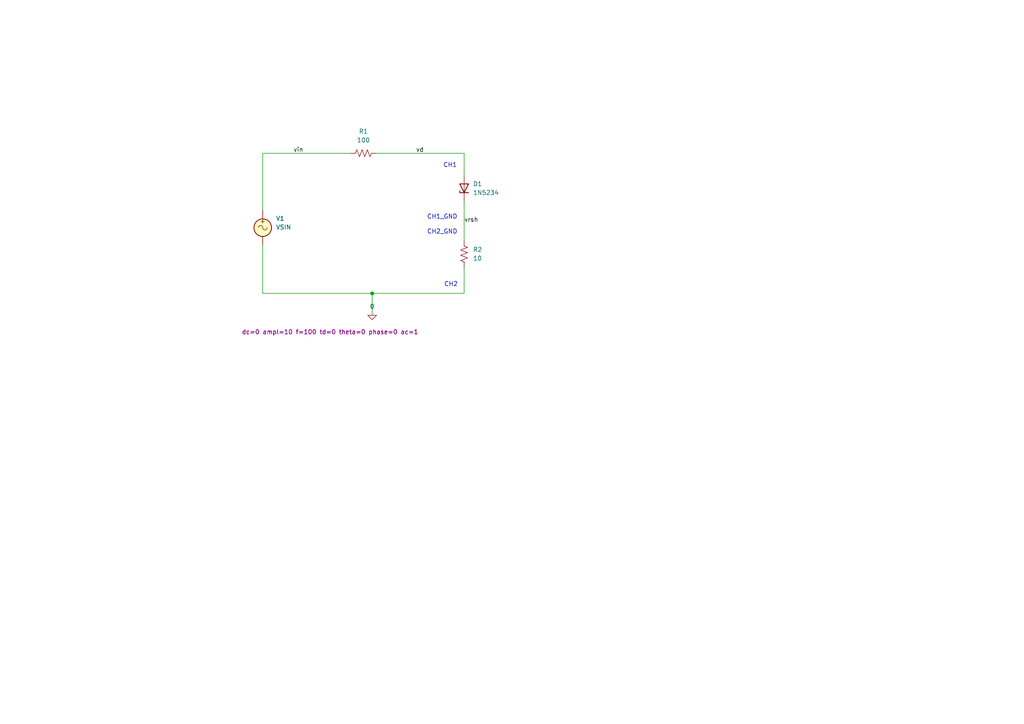
<source format=kicad_sch>
(kicad_sch (version 20250114) (generator "eeschema") (generator_version "9.0")
  (paper "A4")
  (lib_symbols
    (symbol "Device:D_Zener" (pin_numbers (hide yes)) (pin_names (offset 1.016) (hide yes))
      (property "Reference" "D" (at 0 2.54 0))
      (property "Value" "D_Zener" (at 0 -2.54 0))
      (symbol "D_Zener_0_1"
        (polyline (pts (xy -1.27 -1.27) (xy -1.27 1.27) (xy -0.762 1.27)) (stroke (width 0.254)))
        (polyline (pts (xy 1.27 0) (xy -1.27 0)))
        (polyline (pts (xy 1.27 -1.27) (xy 1.27 1.27) (xy -1.27 0) (xy 1.27 -1.27)) (stroke (width 0.254)))
      )
      (symbol "D_Zener_1_1"
        (pin passive line (at -3.81 0 0) (length 2.54) (name "K") (number "1"))
        (pin passive line (at 3.81 0 180) (length 2.54) (name "A") (number "2"))
      )
    )
    (symbol "Device:R_US" (pin_numbers (hide yes)) (pin_names (offset 0))
      (property "Reference" "R" (at 2.54 0 90))
      (property "Value" "R_US" (at -2.54 0 90))
      (symbol "R_US_0_1"
        (polyline (pts (xy 0 2.286) (xy 0 2.54)))
        (polyline (pts (xy 0 2.286) (xy 1.016 1.905) (xy 0 1.524) (xy -1.016 1.143) (xy 0 0.762)))
        (polyline (pts (xy 0 0.762) (xy 1.016 0.381) (xy 0 0) (xy -1.016 -0.381) (xy 0 -0.762)))
        (polyline (pts (xy 0 -0.762) (xy 1.016 -1.143) (xy 0 -1.524) (xy -1.016 -1.905) (xy 0 -2.286)))
        (polyline (pts (xy 0 -2.286) (xy 0 -2.54)))
      )
      (symbol "R_US_1_1"
        (pin passive line (at 0 3.81 270) (length 1.27) (name "~") (number "1"))
        (pin passive line (at 0 -3.81 90) (length 1.27) (name "~") (number "2"))
      )
    )
    (symbol "Simulation_SPICE:0" (power) (pin_numbers (hide yes)) (pin_names (offset 0) (hide yes))
      (property "Value" "0" (at 0 -2.54 0))
      (symbol "0_0_1"
        (polyline (pts (xy -1.27 0) (xy 0 -1.27) (xy 1.27 0) (xy -1.27 0)))
      )
      (symbol "0_1_1"
        (pin power_in line (at 0 0 0) (length 0) (name "~") (number "1"))
      )
    )
    (symbol "Simulation_SPICE:VSIN" (pin_numbers (hide yes)) (pin_names (offset 0.0254))
      (property "Reference" "V" (at 2.54 2.54 0))
      (property "Value" "VSIN" (at 2.54 0 0))
      (property "Sim.Params" "dc=0 ampl=1 f=1k ac=1" (at 2.54 -2.54 0))
      (symbol "VSIN_0_0"
        (arc (start -1.27 0) (mid -0.635 0.6323) (end 0 0))
        (arc (start 1.27 0) (mid 0.635 -0.6323) (end 0 0))
        (text "+" (at 0 1.905 0) (effects (font (size 1.27 1.27))))
      )
      (symbol "VSIN_0_1"
        (circle (center 0 0) (radius 2.54) (stroke (width 0.254)) (fill (type background)))
      )
      (symbol "VSIN_1_1"
        (pin passive line (at 0 5.08 270) (length 2.54) (name "~") (number "1"))
        (pin passive line (at 0 -5.08 90) (length 2.54) (name "~") (number "2"))
      )
    )
  )
  (text "CH2_GND" (at 128.27 67.31 0) (effects (font (size 1.27 1.27))))
  (text "CH1" (at 130.556 48.006 0) (effects (font (size 1.27 1.27))))
  (text "CH2" (at 130.81 82.55 0) (effects (font (size 1.27 1.27))))
  (text "CH1_GND" (at 128.27 62.992 0) (effects (font (size 1.27 1.27))))
  (junction (at 107.95 85.09))
  (wire (pts (xy 134.62 85.09) (xy 134.62 77.47)))
  (wire (pts (xy 109.22 44.45) (xy 134.62 44.45)))
  (wire (pts (xy 107.95 85.09) (xy 107.95 91.44)))
  (wire (pts (xy 107.95 85.09) (xy 134.62 85.09)))
  (wire (pts (xy 76.2 71.12) (xy 76.2 85.09)))
  (wire (pts (xy 76.2 44.45) (xy 101.6 44.45)))
  (wire (pts (xy 134.62 44.45) (xy 134.62 50.8)))
  (wire (pts (xy 76.2 60.96) (xy 76.2 44.45)))
  (wire (pts (xy 76.2 85.09) (xy 107.95 85.09)))
  (wire (pts (xy 134.62 69.85) (xy 134.62 58.42)))
  (label "vrsh" (at 134.62 64.77 0))
  (label "vin" (at 85.09 44.45 0))
  (label "vd" (at 120.65 44.45 0))
  (symbol (lib_id "Device:R_US") (at 134.62 73.66 0) (unit 1)
    (property "Reference" "R2" (at 137.16 72.3899 0) (effects (justify left)))
    (property "Value" "10" (at 137.16 74.9299 0) (effects (justify left)))
    (property "Description" "Resistor, US symbol" (effects (hide yes)))
  )
  (symbol (lib_id "Simulation_SPICE:VSIN") (at 76.2 66.04 0) (unit 1)
    (property "Reference" "V1" (at 80.01 63.3701 0) (effects (justify left)))
    (property "Value" "VSIN" (at 80.01 65.9101 0) (effects (justify left)))
    (property "Datasheet" "https://ngspice.sourceforge.io/docs/ngspice-html-manual/manual.xhtml#sec_Independent_Sources_for" (effects (hide yes)))
    (property "Description" "Voltage source, sinusoidal" (effects (hide yes)))
    (property "Sim.Pins" "1=+ 2=-" (effects (hide yes)))
    (property "Sim.Params" "dc=0 ampl=10 f=100 td=0 theta=0 phase=0 ac=1" (at 70.104 96.266 0) (effects (justify left)))
    (property "Sim.Type" "SIN" (effects (hide yes)))
    (property "Sim.Device" "V" (effects (hide yes)))
  )
  (symbol (lib_id "Device:D_Zener") (at 134.62 54.61 90) (unit 1)
    (property "Reference" "D1" (at 137.16 53.3399 90) (effects (justify right)))
    (property "Value" "1N5234" (at 137.16 55.8799 90) (effects (justify right)))
    (property "Description" "Zener diode" (effects (hide yes)))
    (property "Sim.Library" "1N5234_simple.mod" (effects (hide yes)))
    (property "Sim.Name" "1N5234" (effects (hide yes)))
    (property "Sim.Device" "D" (effects (hide yes)))
    (property "Sim.Pins" "1=K 2=A" (effects (hide yes)))
  )
  (symbol (lib_id "Simulation_SPICE:0") (at 107.95 91.44 0) (unit 1)
    (property "Reference" "#GND02" (effects (hide yes)))
    (property "Value" "0" (at 107.95 88.9 0))
    (property "Datasheet" "https://ngspice.sourceforge.io/docs/ngspice-html-manual/manual.xhtml#subsec_Circuit_elements__device" (effects (hide yes)))
    (property "Description" "0V reference potential for simulation" (effects (hide yes)))
  )
  (symbol (lib_id "Device:R_US") (at 105.41 44.45 270) (unit 1)
    (property "Reference" "R1" (at 105.41 38.1 90))
    (property "Value" "100" (at 105.41 40.64 90))
    (property "Description" "Resistor, US symbol" (effects (hide yes)))
  )
)
</source>
